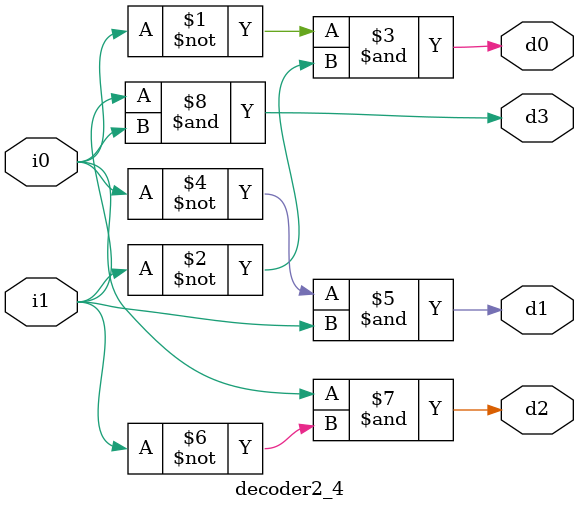
<source format=v>
`timescale 1ns / 1ps


module decoder2_4(
input i0,i1,
output d0,d1,d2,d3);


assign d0=(~i0&~i1);
assign d1=(~i0&i1);
assign d2=(i0&~i1);
assign d3=(i1&i0);


endmodule

</source>
